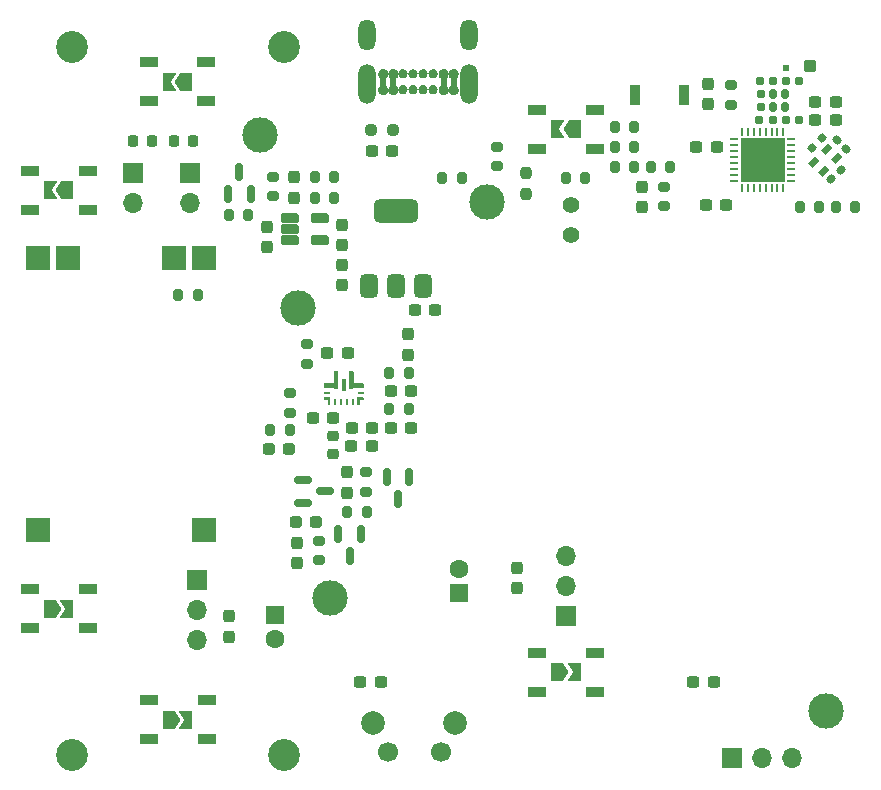
<source format=gts>
G04 #@! TF.GenerationSoftware,KiCad,Pcbnew,8.0.7-8.0.7-0~ubuntu22.04.1*
G04 #@! TF.CreationDate,2025-02-05T23:47:27-05:00*
G04 #@! TF.ProjectId,SHERPENT20250113,53484552-5045-44e5-9432-303235303131,rev?*
G04 #@! TF.SameCoordinates,Original*
G04 #@! TF.FileFunction,Soldermask,Top*
G04 #@! TF.FilePolarity,Negative*
%FSLAX46Y46*%
G04 Gerber Fmt 4.6, Leading zero omitted, Abs format (unit mm)*
G04 Created by KiCad (PCBNEW 8.0.7-8.0.7-0~ubuntu22.04.1) date 2025-02-05 23:47:27*
%MOMM*%
%LPD*%
G01*
G04 APERTURE LIST*
G04 Aperture macros list*
%AMRoundRect*
0 Rectangle with rounded corners*
0 $1 Rounding radius*
0 $2 $3 $4 $5 $6 $7 $8 $9 X,Y pos of 4 corners*
0 Add a 4 corners polygon primitive as box body*
4,1,4,$2,$3,$4,$5,$6,$7,$8,$9,$2,$3,0*
0 Add four circle primitives for the rounded corners*
1,1,$1+$1,$2,$3*
1,1,$1+$1,$4,$5*
1,1,$1+$1,$6,$7*
1,1,$1+$1,$8,$9*
0 Add four rect primitives between the rounded corners*
20,1,$1+$1,$2,$3,$4,$5,0*
20,1,$1+$1,$4,$5,$6,$7,0*
20,1,$1+$1,$6,$7,$8,$9,0*
20,1,$1+$1,$8,$9,$2,$3,0*%
%AMRotRect*
0 Rectangle, with rotation*
0 The origin of the aperture is its center*
0 $1 length*
0 $2 width*
0 $3 Rotation angle, in degrees counterclockwise*
0 Add horizontal line*
21,1,$1,$2,0,0,$3*%
%AMFreePoly0*
4,1,6,1.000000,0.000000,0.500000,-0.750000,-0.500000,-0.750000,-0.500000,0.750000,0.500000,0.750000,1.000000,0.000000,1.000000,0.000000,$1*%
%AMFreePoly1*
4,1,6,0.500000,-0.750000,-0.650000,-0.750000,-0.150000,0.000000,-0.650000,0.750000,0.500000,0.750000,0.500000,-0.750000,0.500000,-0.750000,$1*%
%AMFreePoly2*
4,1,5,0.200000,-0.625000,-0.200000,-0.625000,-0.200000,0.625000,0.200000,0.625000,0.200000,-0.625000,0.200000,-0.625000,$1*%
%AMFreePoly3*
4,1,5,0.200000,-0.725000,-0.200000,-0.725000,-0.200000,0.725000,0.200000,0.725000,0.200000,-0.725000,0.200000,-0.725000,$1*%
G04 Aperture macros list end*
%ADD10C,0.387500*%
%ADD11C,0.010000*%
%ADD12C,0.000000*%
%ADD13O,1.452400X2.652400*%
%ADD14O,1.452400X3.352400*%
%ADD15RoundRect,0.160000X-0.026517X-0.252791X0.252791X0.026517X0.026517X0.252791X-0.252791X-0.026517X0*%
%ADD16RoundRect,0.090000X-0.660000X-0.360000X0.660000X-0.360000X0.660000X0.360000X-0.660000X0.360000X0*%
%ADD17RoundRect,0.237500X-0.300000X-0.237500X0.300000X-0.237500X0.300000X0.237500X-0.300000X0.237500X0*%
%ADD18FreePoly0,180.000000*%
%ADD19FreePoly1,180.000000*%
%ADD20RoundRect,0.237500X0.237500X-0.287500X0.237500X0.287500X-0.237500X0.287500X-0.237500X-0.287500X0*%
%ADD21RoundRect,0.200000X0.275000X-0.200000X0.275000X0.200000X-0.275000X0.200000X-0.275000X-0.200000X0*%
%ADD22RoundRect,0.150000X-0.150000X0.587500X-0.150000X-0.587500X0.150000X-0.587500X0.150000X0.587500X0*%
%ADD23RoundRect,0.155000X0.212500X0.155000X-0.212500X0.155000X-0.212500X-0.155000X0.212500X-0.155000X0*%
%ADD24RoundRect,0.237500X0.237500X-0.300000X0.237500X0.300000X-0.237500X0.300000X-0.237500X-0.300000X0*%
%ADD25FreePoly0,0.000000*%
%ADD26FreePoly1,0.000000*%
%ADD27RoundRect,0.237500X0.300000X0.237500X-0.300000X0.237500X-0.300000X-0.237500X0.300000X-0.237500X0*%
%ADD28RoundRect,0.200000X0.200000X0.275000X-0.200000X0.275000X-0.200000X-0.275000X0.200000X-0.275000X0*%
%ADD29RoundRect,0.200000X-0.200000X-0.275000X0.200000X-0.275000X0.200000X0.275000X-0.200000X0.275000X0*%
%ADD30RoundRect,0.155000X-0.212500X-0.155000X0.212500X-0.155000X0.212500X0.155000X-0.212500X0.155000X0*%
%ADD31RoundRect,0.155000X-0.155000X0.212500X-0.155000X-0.212500X0.155000X-0.212500X0.155000X0.212500X0*%
%ADD32C,3.000000*%
%ADD33C,2.700000*%
%ADD34R,1.700000X1.700000*%
%ADD35O,1.700000X1.700000*%
%ADD36RoundRect,0.200000X-0.275000X0.200000X-0.275000X-0.200000X0.275000X-0.200000X0.275000X0.200000X0*%
%ADD37RoundRect,0.090000X0.660000X0.360000X-0.660000X0.360000X-0.660000X-0.360000X0.660000X-0.360000X0*%
%ADD38RoundRect,0.160000X-0.160000X0.222500X-0.160000X-0.222500X0.160000X-0.222500X0.160000X0.222500X0*%
%ADD39RoundRect,0.218750X0.218750X0.256250X-0.218750X0.256250X-0.218750X-0.256250X0.218750X-0.256250X0*%
%ADD40RoundRect,0.010000X-0.445000X-0.445000X0.445000X-0.445000X0.445000X0.445000X-0.445000X0.445000X0*%
%ADD41RoundRect,0.010190X-0.244810X-0.244810X0.244810X-0.244810X0.244810X0.244810X-0.244810X0.244810X0*%
%ADD42R,1.600000X1.600000*%
%ADD43C,1.600000*%
%ADD44RoundRect,0.155000X0.040659X0.259862X-0.259862X-0.040659X-0.040659X-0.259862X0.259862X0.040659X0*%
%ADD45RoundRect,0.237500X-0.237500X0.300000X-0.237500X-0.300000X0.237500X-0.300000X0.237500X0.300000X0*%
%ADD46RoundRect,0.150000X-0.587500X-0.150000X0.587500X-0.150000X0.587500X0.150000X-0.587500X0.150000X0*%
%ADD47RoundRect,0.237500X0.250000X0.237500X-0.250000X0.237500X-0.250000X-0.237500X0.250000X-0.237500X0*%
%ADD48RoundRect,0.218750X-0.218750X-0.256250X0.218750X-0.256250X0.218750X0.256250X-0.218750X0.256250X0*%
%ADD49RoundRect,0.237500X0.287500X0.237500X-0.287500X0.237500X-0.287500X-0.237500X0.287500X-0.237500X0*%
%ADD50R,0.575000X0.250000*%
%ADD51R,0.225000X0.700000*%
%ADD52R,0.549999X0.249999*%
%ADD53FreePoly2,90.000000*%
%ADD54FreePoly3,180.000000*%
%ADD55R,0.399999X1.000000*%
%ADD56FreePoly2,270.000000*%
%ADD57R,0.249999X0.549999*%
%ADD58RoundRect,0.375000X0.375000X-0.625000X0.375000X0.625000X-0.375000X0.625000X-0.375000X-0.625000X0*%
%ADD59RoundRect,0.500000X1.400000X-0.500000X1.400000X0.500000X-1.400000X0.500000X-1.400000X-0.500000X0*%
%ADD60R,0.889000X1.803400*%
%ADD61RoundRect,0.237500X-0.237500X0.287500X-0.237500X-0.287500X0.237500X-0.287500X0.237500X0.287500X0*%
%ADD62RoundRect,0.237500X0.237500X-0.250000X0.237500X0.250000X-0.237500X0.250000X-0.237500X-0.250000X0*%
%ADD63C,1.400000*%
%ADD64RotRect,0.838200X0.533400X225.000000*%
%ADD65RoundRect,0.150000X0.150000X-0.587500X0.150000X0.587500X-0.150000X0.587500X-0.150000X-0.587500X0*%
%ADD66RoundRect,0.218750X0.256250X-0.218750X0.256250X0.218750X-0.256250X0.218750X-0.256250X-0.218750X0*%
%ADD67R,0.254000X0.660400*%
%ADD68R,0.660400X0.254000*%
%ADD69R,3.759200X3.759200*%
%ADD70RoundRect,0.102000X-0.635000X-0.279400X0.635000X-0.279400X0.635000X0.279400X-0.635000X0.279400X0*%
%ADD71RoundRect,0.155000X-0.259862X0.040659X0.040659X-0.259862X0.259862X-0.040659X-0.040659X0.259862X0*%
%ADD72R,2.000000X2.000000*%
%ADD73C,1.700000*%
%ADD74C,2.000000*%
G04 APERTURE END LIST*
D10*
X168098550Y-76649200D02*
G75*
G02*
X167711050Y-76649200I-193750J0D01*
G01*
X167711050Y-76649200D02*
G75*
G02*
X168098550Y-76649200I193750J0D01*
G01*
X168098550Y-75299200D02*
G75*
G02*
X167711050Y-75299200I-193750J0D01*
G01*
X167711050Y-75299200D02*
G75*
G02*
X168098550Y-75299200I193750J0D01*
G01*
X167248550Y-76649200D02*
G75*
G02*
X166861050Y-76649200I-193750J0D01*
G01*
X166861050Y-76649200D02*
G75*
G02*
X167248550Y-76649200I193750J0D01*
G01*
X167248550Y-75299200D02*
G75*
G02*
X166861050Y-75299200I-193750J0D01*
G01*
X166861050Y-75299200D02*
G75*
G02*
X167248550Y-75299200I193750J0D01*
G01*
X168948550Y-76649200D02*
G75*
G02*
X168561050Y-76649200I-193750J0D01*
G01*
X168561050Y-76649200D02*
G75*
G02*
X168948550Y-76649200I193750J0D01*
G01*
X168948550Y-75299200D02*
G75*
G02*
X168561050Y-75299200I-193750J0D01*
G01*
X168561050Y-75299200D02*
G75*
G02*
X168948550Y-75299200I193750J0D01*
G01*
X169798550Y-76649200D02*
G75*
G02*
X169411050Y-76649200I-193750J0D01*
G01*
X169411050Y-76649200D02*
G75*
G02*
X169798550Y-76649200I193750J0D01*
G01*
X169798550Y-75299200D02*
G75*
G02*
X169411050Y-75299200I-193750J0D01*
G01*
X169411050Y-75299200D02*
G75*
G02*
X169798550Y-75299200I193750J0D01*
G01*
D11*
X171370800Y-74917200D02*
X171434800Y-74934200D01*
X171494800Y-74961200D01*
X171549800Y-74999200D01*
X171596800Y-75045200D01*
X171635800Y-75098200D01*
X171665800Y-75158200D01*
X171684800Y-75221200D01*
X171691800Y-75287200D01*
X171688800Y-75353200D01*
X171673800Y-75417200D01*
X171647800Y-75479200D01*
X171612800Y-75534200D01*
X171567800Y-75583200D01*
X171517800Y-75622200D01*
X171518300Y-76325820D01*
X171517800Y-76326200D01*
X171567800Y-76365200D01*
X171612800Y-76414200D01*
X171647800Y-76469200D01*
X171673800Y-76531200D01*
X171688800Y-76595200D01*
X171691800Y-76661200D01*
X171684800Y-76727200D01*
X171665800Y-76790200D01*
X171635800Y-76850200D01*
X171596800Y-76903200D01*
X171549800Y-76949200D01*
X171494800Y-76987200D01*
X171434800Y-77014200D01*
X171370800Y-77031200D01*
X171304800Y-77037200D01*
X171238800Y-77031200D01*
X171174800Y-77014200D01*
X171114800Y-76987200D01*
X171059800Y-76949200D01*
X171012800Y-76903200D01*
X170973800Y-76850200D01*
X170943800Y-76790200D01*
X170924800Y-76727200D01*
X170917800Y-76661200D01*
X170920800Y-76595200D01*
X170935800Y-76531200D01*
X170961800Y-76469200D01*
X170996800Y-76414200D01*
X171041800Y-76365200D01*
X171090800Y-76326200D01*
X171090800Y-75622200D01*
X171041800Y-75583200D01*
X170996800Y-75534200D01*
X170961800Y-75479200D01*
X170935800Y-75417200D01*
X170920800Y-75353200D01*
X170917800Y-75287200D01*
X170924800Y-75221200D01*
X170943800Y-75158200D01*
X170973800Y-75098200D01*
X171012800Y-75045200D01*
X171059800Y-74999200D01*
X171114800Y-74961200D01*
X171174800Y-74934200D01*
X171238800Y-74917200D01*
X171304800Y-74911200D01*
X171370800Y-74917200D01*
G36*
X171370800Y-74917200D02*
G01*
X171434800Y-74934200D01*
X171494800Y-74961200D01*
X171549800Y-74999200D01*
X171596800Y-75045200D01*
X171635800Y-75098200D01*
X171665800Y-75158200D01*
X171684800Y-75221200D01*
X171691800Y-75287200D01*
X171688800Y-75353200D01*
X171673800Y-75417200D01*
X171647800Y-75479200D01*
X171612800Y-75534200D01*
X171567800Y-75583200D01*
X171517800Y-75622200D01*
X171518300Y-76325820D01*
X171517800Y-76326200D01*
X171567800Y-76365200D01*
X171612800Y-76414200D01*
X171647800Y-76469200D01*
X171673800Y-76531200D01*
X171688800Y-76595200D01*
X171691800Y-76661200D01*
X171684800Y-76727200D01*
X171665800Y-76790200D01*
X171635800Y-76850200D01*
X171596800Y-76903200D01*
X171549800Y-76949200D01*
X171494800Y-76987200D01*
X171434800Y-77014200D01*
X171370800Y-77031200D01*
X171304800Y-77037200D01*
X171238800Y-77031200D01*
X171174800Y-77014200D01*
X171114800Y-76987200D01*
X171059800Y-76949200D01*
X171012800Y-76903200D01*
X170973800Y-76850200D01*
X170943800Y-76790200D01*
X170924800Y-76727200D01*
X170917800Y-76661200D01*
X170920800Y-76595200D01*
X170935800Y-76531200D01*
X170961800Y-76469200D01*
X170996800Y-76414200D01*
X171041800Y-76365200D01*
X171090800Y-76326200D01*
X171090800Y-75622200D01*
X171041800Y-75583200D01*
X170996800Y-75534200D01*
X170961800Y-75479200D01*
X170935800Y-75417200D01*
X170920800Y-75353200D01*
X170917800Y-75287200D01*
X170924800Y-75221200D01*
X170943800Y-75158200D01*
X170973800Y-75098200D01*
X171012800Y-75045200D01*
X171059800Y-74999200D01*
X171114800Y-74961200D01*
X171174800Y-74934200D01*
X171238800Y-74917200D01*
X171304800Y-74911200D01*
X171370800Y-74917200D01*
G37*
X165420800Y-74917200D02*
X165484800Y-74934200D01*
X165544800Y-74961200D01*
X165599800Y-74999200D01*
X165646800Y-75045200D01*
X165685800Y-75098200D01*
X165715800Y-75158200D01*
X165734800Y-75221200D01*
X165741800Y-75287200D01*
X165738800Y-75353200D01*
X165723800Y-75417200D01*
X165697800Y-75479200D01*
X165662800Y-75534200D01*
X165617800Y-75583200D01*
X165568800Y-75622200D01*
X165568300Y-76325820D01*
X165568800Y-76326200D01*
X165617800Y-76365200D01*
X165662800Y-76414200D01*
X165697800Y-76469200D01*
X165723800Y-76531200D01*
X165738800Y-76595200D01*
X165741800Y-76661200D01*
X165734800Y-76727200D01*
X165715800Y-76790200D01*
X165685800Y-76850200D01*
X165646800Y-76903200D01*
X165599800Y-76949200D01*
X165544800Y-76987200D01*
X165484800Y-77014200D01*
X165420800Y-77031200D01*
X165354800Y-77037200D01*
X165288800Y-77031200D01*
X165224800Y-77014200D01*
X165164800Y-76987200D01*
X165109800Y-76949200D01*
X165062800Y-76903200D01*
X165023800Y-76850200D01*
X164993800Y-76790200D01*
X164974800Y-76727200D01*
X164967800Y-76661200D01*
X164970800Y-76595200D01*
X164985800Y-76531200D01*
X165011800Y-76469200D01*
X165046800Y-76414200D01*
X165091800Y-76365200D01*
X165141800Y-76326200D01*
X165141800Y-75622200D01*
X165091800Y-75583200D01*
X165046800Y-75534200D01*
X165011800Y-75479200D01*
X164985800Y-75417200D01*
X164970800Y-75353200D01*
X164967800Y-75287200D01*
X164974800Y-75221200D01*
X164993800Y-75158200D01*
X165023800Y-75098200D01*
X165062800Y-75045200D01*
X165109800Y-74999200D01*
X165164800Y-74961200D01*
X165224800Y-74934200D01*
X165288800Y-74917200D01*
X165354800Y-74911200D01*
X165420800Y-74917200D01*
G36*
X165420800Y-74917200D02*
G01*
X165484800Y-74934200D01*
X165544800Y-74961200D01*
X165599800Y-74999200D01*
X165646800Y-75045200D01*
X165685800Y-75098200D01*
X165715800Y-75158200D01*
X165734800Y-75221200D01*
X165741800Y-75287200D01*
X165738800Y-75353200D01*
X165723800Y-75417200D01*
X165697800Y-75479200D01*
X165662800Y-75534200D01*
X165617800Y-75583200D01*
X165568800Y-75622200D01*
X165568300Y-76325820D01*
X165568800Y-76326200D01*
X165617800Y-76365200D01*
X165662800Y-76414200D01*
X165697800Y-76469200D01*
X165723800Y-76531200D01*
X165738800Y-76595200D01*
X165741800Y-76661200D01*
X165734800Y-76727200D01*
X165715800Y-76790200D01*
X165685800Y-76850200D01*
X165646800Y-76903200D01*
X165599800Y-76949200D01*
X165544800Y-76987200D01*
X165484800Y-77014200D01*
X165420800Y-77031200D01*
X165354800Y-77037200D01*
X165288800Y-77031200D01*
X165224800Y-77014200D01*
X165164800Y-76987200D01*
X165109800Y-76949200D01*
X165062800Y-76903200D01*
X165023800Y-76850200D01*
X164993800Y-76790200D01*
X164974800Y-76727200D01*
X164967800Y-76661200D01*
X164970800Y-76595200D01*
X164985800Y-76531200D01*
X165011800Y-76469200D01*
X165046800Y-76414200D01*
X165091800Y-76365200D01*
X165141800Y-76326200D01*
X165141800Y-75622200D01*
X165091800Y-75583200D01*
X165046800Y-75534200D01*
X165011800Y-75479200D01*
X164985800Y-75417200D01*
X164970800Y-75353200D01*
X164967800Y-75287200D01*
X164974800Y-75221200D01*
X164993800Y-75158200D01*
X165023800Y-75098200D01*
X165062800Y-75045200D01*
X165109800Y-74999200D01*
X165164800Y-74961200D01*
X165224800Y-74934200D01*
X165288800Y-74917200D01*
X165354800Y-74911200D01*
X165420800Y-74917200D01*
G37*
X166270800Y-74917200D02*
X166334800Y-74934200D01*
X166394800Y-74961200D01*
X166449800Y-74999200D01*
X166496800Y-75045200D01*
X166535800Y-75098200D01*
X166565800Y-75158200D01*
X166584800Y-75221200D01*
X166591800Y-75287200D01*
X166588800Y-75353200D01*
X166573800Y-75417200D01*
X166547800Y-75479200D01*
X166512800Y-75534200D01*
X166467800Y-75583200D01*
X166418800Y-75622200D01*
X166418800Y-76326200D01*
X166467800Y-76365200D01*
X166512800Y-76414200D01*
X166547800Y-76469200D01*
X166573800Y-76531200D01*
X166588800Y-76595200D01*
X166591800Y-76661200D01*
X166584800Y-76727200D01*
X166565800Y-76790200D01*
X166535800Y-76850200D01*
X166496800Y-76903200D01*
X166449800Y-76949200D01*
X166394800Y-76987200D01*
X166334800Y-77014200D01*
X166270800Y-77031200D01*
X166204800Y-77037200D01*
X166138800Y-77031200D01*
X166074800Y-77014200D01*
X166014800Y-76987200D01*
X165959800Y-76949200D01*
X165912800Y-76903200D01*
X165873800Y-76850200D01*
X165843800Y-76790200D01*
X165824800Y-76727200D01*
X165817800Y-76661200D01*
X165820800Y-76595200D01*
X165835800Y-76531200D01*
X165861800Y-76469200D01*
X165896800Y-76414200D01*
X165941800Y-76365200D01*
X165991800Y-76326200D01*
X165991800Y-75622200D01*
X165991300Y-75622580D01*
X165941800Y-75583200D01*
X165896800Y-75534200D01*
X165861800Y-75479200D01*
X165835800Y-75417200D01*
X165820800Y-75353200D01*
X165817800Y-75287200D01*
X165824800Y-75221200D01*
X165843800Y-75158200D01*
X165873800Y-75098200D01*
X165912800Y-75045200D01*
X165959800Y-74999200D01*
X166014800Y-74961200D01*
X166074800Y-74934200D01*
X166138800Y-74917200D01*
X166204800Y-74911200D01*
X166270800Y-74917200D01*
G36*
X166270800Y-74917200D02*
G01*
X166334800Y-74934200D01*
X166394800Y-74961200D01*
X166449800Y-74999200D01*
X166496800Y-75045200D01*
X166535800Y-75098200D01*
X166565800Y-75158200D01*
X166584800Y-75221200D01*
X166591800Y-75287200D01*
X166588800Y-75353200D01*
X166573800Y-75417200D01*
X166547800Y-75479200D01*
X166512800Y-75534200D01*
X166467800Y-75583200D01*
X166418800Y-75622200D01*
X166418800Y-76326200D01*
X166467800Y-76365200D01*
X166512800Y-76414200D01*
X166547800Y-76469200D01*
X166573800Y-76531200D01*
X166588800Y-76595200D01*
X166591800Y-76661200D01*
X166584800Y-76727200D01*
X166565800Y-76790200D01*
X166535800Y-76850200D01*
X166496800Y-76903200D01*
X166449800Y-76949200D01*
X166394800Y-76987200D01*
X166334800Y-77014200D01*
X166270800Y-77031200D01*
X166204800Y-77037200D01*
X166138800Y-77031200D01*
X166074800Y-77014200D01*
X166014800Y-76987200D01*
X165959800Y-76949200D01*
X165912800Y-76903200D01*
X165873800Y-76850200D01*
X165843800Y-76790200D01*
X165824800Y-76727200D01*
X165817800Y-76661200D01*
X165820800Y-76595200D01*
X165835800Y-76531200D01*
X165861800Y-76469200D01*
X165896800Y-76414200D01*
X165941800Y-76365200D01*
X165991800Y-76326200D01*
X165991800Y-75622200D01*
X165991300Y-75622580D01*
X165941800Y-75583200D01*
X165896800Y-75534200D01*
X165861800Y-75479200D01*
X165835800Y-75417200D01*
X165820800Y-75353200D01*
X165817800Y-75287200D01*
X165824800Y-75221200D01*
X165843800Y-75158200D01*
X165873800Y-75098200D01*
X165912800Y-75045200D01*
X165959800Y-74999200D01*
X166014800Y-74961200D01*
X166074800Y-74934200D01*
X166138800Y-74917200D01*
X166204800Y-74911200D01*
X166270800Y-74917200D01*
G37*
X170520800Y-74917200D02*
X170584800Y-74934200D01*
X170644800Y-74961200D01*
X170699800Y-74999200D01*
X170746800Y-75045200D01*
X170785800Y-75098200D01*
X170815800Y-75158200D01*
X170834800Y-75221200D01*
X170841800Y-75287200D01*
X170838800Y-75353200D01*
X170823800Y-75417200D01*
X170797800Y-75479200D01*
X170762800Y-75534200D01*
X170717800Y-75583200D01*
X170667800Y-75622200D01*
X170667800Y-76326200D01*
X170717800Y-76365200D01*
X170762800Y-76414200D01*
X170797800Y-76469200D01*
X170823800Y-76531200D01*
X170838800Y-76595200D01*
X170841800Y-76661200D01*
X170834800Y-76727200D01*
X170815800Y-76790200D01*
X170785800Y-76850200D01*
X170746800Y-76903200D01*
X170699800Y-76949200D01*
X170644800Y-76987200D01*
X170584800Y-77014200D01*
X170520800Y-77031200D01*
X170454800Y-77037200D01*
X170388800Y-77031200D01*
X170324800Y-77014200D01*
X170264800Y-76987200D01*
X170209800Y-76949200D01*
X170162800Y-76903200D01*
X170123800Y-76850200D01*
X170093800Y-76790200D01*
X170074800Y-76727200D01*
X170067800Y-76661200D01*
X170070800Y-76595200D01*
X170085800Y-76531200D01*
X170111800Y-76469200D01*
X170146800Y-76414200D01*
X170191800Y-76365200D01*
X170240800Y-76326200D01*
X170240800Y-75622200D01*
X170241300Y-75622580D01*
X170191800Y-75583200D01*
X170146800Y-75534200D01*
X170111800Y-75479200D01*
X170085800Y-75417200D01*
X170070800Y-75353200D01*
X170067800Y-75287200D01*
X170074800Y-75221200D01*
X170093800Y-75158200D01*
X170123800Y-75098200D01*
X170162800Y-75045200D01*
X170209800Y-74999200D01*
X170264800Y-74961200D01*
X170324800Y-74934200D01*
X170388800Y-74917200D01*
X170454800Y-74911200D01*
X170520800Y-74917200D01*
G36*
X170520800Y-74917200D02*
G01*
X170584800Y-74934200D01*
X170644800Y-74961200D01*
X170699800Y-74999200D01*
X170746800Y-75045200D01*
X170785800Y-75098200D01*
X170815800Y-75158200D01*
X170834800Y-75221200D01*
X170841800Y-75287200D01*
X170838800Y-75353200D01*
X170823800Y-75417200D01*
X170797800Y-75479200D01*
X170762800Y-75534200D01*
X170717800Y-75583200D01*
X170667800Y-75622200D01*
X170667800Y-76326200D01*
X170717800Y-76365200D01*
X170762800Y-76414200D01*
X170797800Y-76469200D01*
X170823800Y-76531200D01*
X170838800Y-76595200D01*
X170841800Y-76661200D01*
X170834800Y-76727200D01*
X170815800Y-76790200D01*
X170785800Y-76850200D01*
X170746800Y-76903200D01*
X170699800Y-76949200D01*
X170644800Y-76987200D01*
X170584800Y-77014200D01*
X170520800Y-77031200D01*
X170454800Y-77037200D01*
X170388800Y-77031200D01*
X170324800Y-77014200D01*
X170264800Y-76987200D01*
X170209800Y-76949200D01*
X170162800Y-76903200D01*
X170123800Y-76850200D01*
X170093800Y-76790200D01*
X170074800Y-76727200D01*
X170067800Y-76661200D01*
X170070800Y-76595200D01*
X170085800Y-76531200D01*
X170111800Y-76469200D01*
X170146800Y-76414200D01*
X170191800Y-76365200D01*
X170240800Y-76326200D01*
X170240800Y-75622200D01*
X170241300Y-75622580D01*
X170191800Y-75583200D01*
X170146800Y-75534200D01*
X170111800Y-75479200D01*
X170085800Y-75417200D01*
X170070800Y-75353200D01*
X170067800Y-75287200D01*
X170074800Y-75221200D01*
X170093800Y-75158200D01*
X170123800Y-75098200D01*
X170162800Y-75045200D01*
X170209800Y-74999200D01*
X170264800Y-74961200D01*
X170324800Y-74934200D01*
X170388800Y-74917200D01*
X170454800Y-74911200D01*
X170520800Y-74917200D01*
G37*
D12*
G36*
X160918714Y-102716214D02*
G01*
X160918711Y-103316213D01*
X160868714Y-103366213D01*
X160743713Y-103366213D01*
X160693713Y-103316213D01*
X160693713Y-102916214D01*
X160393714Y-102916214D01*
X160343714Y-102866214D01*
X160343714Y-102716214D01*
X160393714Y-102666214D01*
X160868714Y-102666211D01*
X160918714Y-102716214D01*
G37*
G36*
X161593714Y-100516213D02*
G01*
X161593714Y-101866213D01*
X161543714Y-101916213D01*
X160393714Y-101916213D01*
X160343714Y-101866213D01*
X160343714Y-101566214D01*
X160393714Y-101516214D01*
X161193712Y-101516214D01*
X161193712Y-100516213D01*
X161243712Y-100466213D01*
X161543711Y-100466213D01*
X161593714Y-100516213D01*
G37*
G36*
X162893714Y-100516213D02*
G01*
X162893714Y-101516214D01*
X163693712Y-101516214D01*
X163743712Y-101566214D01*
X163743712Y-101866213D01*
X163693712Y-101916213D01*
X162543712Y-101916213D01*
X162493712Y-101866213D01*
X162493712Y-100516213D01*
X162543715Y-100466213D01*
X162843714Y-100466213D01*
X162893714Y-100516213D01*
G37*
G36*
X163743712Y-102716214D02*
G01*
X163743712Y-102866211D01*
X163693712Y-102916214D01*
X163393713Y-102916214D01*
X163393713Y-103316213D01*
X163343713Y-103366213D01*
X163218712Y-103366213D01*
X163168715Y-103316213D01*
X163168712Y-102716214D01*
X163218714Y-102666214D01*
X163693712Y-102666211D01*
X163743712Y-102716214D01*
G37*
D13*
X172649800Y-71999200D03*
X164009800Y-71999200D03*
D14*
X172649800Y-76149200D03*
X164009800Y-76149200D03*
D15*
X201697904Y-81563696D03*
X202542896Y-80718704D03*
D16*
X145517600Y-74347200D03*
X145517600Y-77647200D03*
X150417600Y-77647200D03*
X150417600Y-74347200D03*
D17*
X166007988Y-102196888D03*
X167732988Y-102196888D03*
D18*
X181585600Y-80010400D03*
D19*
X180135600Y-80010400D03*
D20*
X162344000Y-110781200D03*
X162344000Y-109031200D03*
D16*
X178410600Y-78360400D03*
X178410600Y-81660400D03*
X183310600Y-81660400D03*
X183310600Y-78360400D03*
D21*
X157492600Y-103987088D03*
X157492600Y-102337088D03*
D22*
X167596600Y-109426100D03*
X165696600Y-109426100D03*
X166646600Y-111301100D03*
D20*
X157835545Y-85781945D03*
X157835545Y-84031945D03*
D23*
X198376300Y-79196900D03*
X197241300Y-79196900D03*
D17*
X162699600Y-106807400D03*
X164424600Y-106807400D03*
D24*
X161899545Y-89813700D03*
X161899545Y-88088700D03*
D25*
X147275000Y-129998600D03*
D26*
X148725000Y-129998600D03*
D27*
X161123700Y-104445200D03*
X159398700Y-104445200D03*
D17*
X191637500Y-126800000D03*
X193362500Y-126800000D03*
D28*
X153974200Y-87274800D03*
X152324200Y-87274800D03*
D29*
X148050000Y-94000000D03*
X149700000Y-94000000D03*
D30*
X199485200Y-75945700D03*
X200620200Y-75945700D03*
D31*
X197402400Y-76995100D03*
X197402400Y-78130100D03*
D32*
X154927200Y-80467600D03*
D33*
X157000000Y-73000000D03*
D34*
X194920000Y-133200000D03*
D35*
X197460000Y-133200000D03*
X200000000Y-133200000D03*
D36*
X175000000Y-81500000D03*
X175000000Y-83150000D03*
D25*
X137191400Y-120578000D03*
D26*
X138641400Y-120578000D03*
D33*
X139000000Y-133000000D03*
D37*
X150450000Y-131648600D03*
X150450000Y-128348600D03*
X145550000Y-128348600D03*
X145550000Y-131648600D03*
D16*
X135466400Y-83512800D03*
X135466400Y-86812800D03*
X140366400Y-86812800D03*
X140366400Y-83512800D03*
D28*
X182475000Y-84100000D03*
X180825000Y-84100000D03*
D29*
X155829400Y-105435800D03*
X157479400Y-105435800D03*
D20*
X187261400Y-86599600D03*
X187261400Y-84849600D03*
D38*
X199434400Y-76998800D03*
X199434400Y-78143800D03*
D29*
X165890888Y-103720888D03*
X167540888Y-103720888D03*
X165891988Y-100647488D03*
X167541988Y-100647488D03*
D18*
X138641400Y-85162800D03*
D19*
X137191400Y-85162800D03*
D27*
X166162500Y-81800000D03*
X164437500Y-81800000D03*
D32*
X158153000Y-95148800D03*
D24*
X167478988Y-99070488D03*
X167478988Y-97345488D03*
D21*
X156070200Y-85673600D03*
X156070200Y-84023600D03*
D39*
X149287500Y-81000000D03*
X147712500Y-81000000D03*
D23*
X198401700Y-75945700D03*
X197266700Y-75945700D03*
D38*
X198418400Y-76998800D03*
X198418400Y-78143800D03*
D28*
X186625000Y-83198600D03*
X184975000Y-83198600D03*
D24*
X161898200Y-93216900D03*
X161898200Y-91491900D03*
D40*
X201553150Y-74638800D03*
D41*
X199453400Y-74838550D03*
D42*
X171800000Y-119255113D03*
D43*
X171800000Y-117255113D03*
D28*
X186625000Y-79845800D03*
X184975000Y-79845800D03*
D33*
X139000000Y-73000000D03*
D32*
X202857000Y-129235600D03*
D37*
X140366400Y-122228000D03*
X140366400Y-118928000D03*
X135466400Y-118928000D03*
X135466400Y-122228000D03*
D32*
X174200000Y-86200000D03*
D44*
X204121655Y-83443817D03*
X203319089Y-84246383D03*
D21*
X194800000Y-77925000D03*
X194800000Y-76275000D03*
D45*
X152300000Y-121237500D03*
X152300000Y-122962500D03*
D46*
X158609100Y-109713600D03*
X158609100Y-111613600D03*
X160484100Y-110663600D03*
D18*
X148692600Y-75997200D03*
D19*
X147242600Y-75997200D03*
D27*
X169785100Y-95301200D03*
X168060100Y-95301200D03*
D24*
X155587600Y-89966100D03*
X155587600Y-88241100D03*
D17*
X163437500Y-126800000D03*
X165162500Y-126800000D03*
D36*
X159946600Y-114838600D03*
X159946600Y-116488600D03*
D47*
X166212500Y-80100000D03*
X164387500Y-80100000D03*
D34*
X149600000Y-118175000D03*
D35*
X149600000Y-120715000D03*
X149600000Y-123255000D03*
D29*
X159601345Y-84017945D03*
X161251345Y-84017945D03*
D48*
X144212500Y-81000000D03*
X145787500Y-81000000D03*
D24*
X192910350Y-77862500D03*
X192910350Y-76137500D03*
D34*
X149053945Y-83687345D03*
D35*
X149053945Y-86227345D03*
D29*
X184974000Y-81534900D03*
X186624000Y-81534900D03*
D49*
X157427800Y-107036000D03*
X155677800Y-107036000D03*
D21*
X163946600Y-110688600D03*
X163946600Y-109038600D03*
D50*
X163456213Y-102791213D03*
D51*
X163281213Y-103016213D03*
D52*
X163468714Y-102291214D03*
D53*
X163118713Y-101716213D03*
D54*
X162693713Y-101191213D03*
D55*
X162043713Y-101666213D03*
D54*
X161393713Y-101191213D03*
D56*
X160963713Y-101716213D03*
D52*
X160618712Y-102291214D03*
D51*
X160806213Y-103016213D03*
D50*
X160631213Y-102791213D03*
D57*
X161293712Y-103091212D03*
X161793713Y-103091212D03*
X162293713Y-103091212D03*
X162793714Y-103091212D03*
D37*
X183310600Y-127635400D03*
X183310600Y-124335400D03*
X178410600Y-124335400D03*
X178410600Y-127635400D03*
D28*
X205333000Y-86551400D03*
X203683000Y-86551400D03*
D24*
X176700000Y-118862500D03*
X176700000Y-117137500D03*
D21*
X158918088Y-99846888D03*
X158918088Y-98196888D03*
D22*
X163496600Y-114226100D03*
X161596600Y-114226100D03*
X162546600Y-116101100D03*
D36*
X189166400Y-84850600D03*
X189166400Y-86500600D03*
D58*
X164144800Y-93243800D03*
X166444800Y-93243800D03*
D59*
X166444800Y-86943800D03*
D58*
X168744800Y-93243800D03*
D17*
X160667600Y-98908000D03*
X162392600Y-98908000D03*
X166006888Y-105270288D03*
X167731888Y-105270288D03*
X201975500Y-77726000D03*
X203700500Y-77726000D03*
D60*
X186742902Y-77139500D03*
X190842898Y-77139500D03*
D61*
X158046600Y-114988600D03*
X158046600Y-116738600D03*
D17*
X162700700Y-105283400D03*
X164425700Y-105283400D03*
D28*
X161251345Y-85821345D03*
X159601345Y-85821345D03*
D29*
X188023400Y-83198600D03*
X189673400Y-83198600D03*
D49*
X159721600Y-113263600D03*
X157971600Y-113263600D03*
D42*
X156200000Y-121144888D03*
D43*
X156200000Y-123144888D03*
D28*
X202310400Y-86551400D03*
X200660400Y-86551400D03*
D62*
X177500000Y-85512500D03*
X177500000Y-83687500D03*
D34*
X180860600Y-121234600D03*
D35*
X180860600Y-118694600D03*
X180860600Y-116154600D03*
D28*
X172025000Y-84100000D03*
X170375000Y-84100000D03*
D63*
X181267000Y-88931200D03*
X181267000Y-86391200D03*
D64*
X202997028Y-81631254D03*
X201883477Y-82744805D03*
X202678972Y-83540300D03*
X203792523Y-82426749D03*
D65*
X152265200Y-85491145D03*
X154165200Y-85491145D03*
X153215200Y-83616145D03*
D33*
X157000000Y-133000000D03*
D66*
X161124800Y-107518600D03*
X161124800Y-105943600D03*
D28*
X163971600Y-112363600D03*
X162321600Y-112363600D03*
D27*
X194398800Y-86449800D03*
X192673800Y-86449800D03*
D17*
X201975500Y-79250000D03*
X203700500Y-79250000D03*
D67*
X199266699Y-80202801D03*
X198766700Y-80202801D03*
X198266701Y-80202801D03*
X197766700Y-80202801D03*
X197266700Y-80202801D03*
X196766699Y-80202801D03*
X196266700Y-80202801D03*
X195766701Y-80202801D03*
D68*
X195116400Y-80853102D03*
X195116400Y-81353101D03*
X195116400Y-81853100D03*
X195116400Y-82353101D03*
X195116400Y-82853101D03*
X195116400Y-83353102D03*
X195116400Y-83853101D03*
X195116400Y-84353100D03*
D67*
X195766701Y-85003401D03*
X196266700Y-85003401D03*
X196766699Y-85003401D03*
X197266700Y-85003401D03*
X197766700Y-85003401D03*
X198266701Y-85003401D03*
X198766700Y-85003401D03*
X199266699Y-85003401D03*
D68*
X199917000Y-84353100D03*
X199917000Y-83853101D03*
X199917000Y-83353102D03*
X199917000Y-82853101D03*
X199917000Y-82353101D03*
X199917000Y-81853100D03*
X199917000Y-81353101D03*
X199917000Y-80853102D03*
D69*
X197516700Y-82603101D03*
D70*
X157479945Y-87523145D03*
X157479945Y-88462945D03*
X157479945Y-89402745D03*
X160070745Y-89402745D03*
X160070745Y-87523145D03*
D71*
X203796572Y-80873300D03*
X204599138Y-81675866D03*
D34*
X144159545Y-83661945D03*
D35*
X144159545Y-86201945D03*
D72*
X136187500Y-113912500D03*
X150187500Y-113912500D03*
X136187500Y-90912500D03*
X150187500Y-90912500D03*
X138727500Y-90912500D03*
X147647500Y-90912500D03*
D25*
X180135600Y-125985400D03*
D26*
X181585600Y-125985400D03*
D27*
X193609200Y-81522200D03*
X191884200Y-81522200D03*
D30*
X199476500Y-79196900D03*
X200611500Y-79196900D03*
D32*
X160900000Y-119700000D03*
D73*
X165750000Y-132750000D03*
X170250000Y-132750000D03*
D74*
X164500000Y-130250000D03*
X171500000Y-130250000D03*
M02*

</source>
